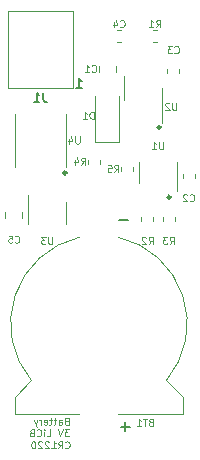
<source format=gbr>
%TF.GenerationSoftware,KiCad,Pcbnew,(5.1.6-0-10_14)*%
%TF.CreationDate,2022-05-10T09:10:30-04:00*%
%TF.ProjectId,Delay_Door_Switch-RevB,44656c61-795f-4446-9f6f-725f53776974,rev?*%
%TF.SameCoordinates,Original*%
%TF.FileFunction,Legend,Bot*%
%TF.FilePolarity,Positive*%
%FSLAX46Y46*%
G04 Gerber Fmt 4.6, Leading zero omitted, Abs format (unit mm)*
G04 Created by KiCad (PCBNEW (5.1.6-0-10_14)) date 2022-05-10 09:10:30*
%MOMM*%
%LPD*%
G01*
G04 APERTURE LIST*
%ADD10C,0.250000*%
%ADD11C,0.125000*%
%ADD12C,0.120000*%
%ADD13C,0.150000*%
G04 APERTURE END LIST*
D10*
X139225000Y-59900000D02*
G75*
G03*
X139225000Y-59900000I-125000J0D01*
G01*
X140075000Y-65800000D02*
G75*
G03*
X140075000Y-65800000I-125000J0D01*
G01*
D11*
X131242857Y-84757142D02*
X131157142Y-84785714D01*
X131128571Y-84814285D01*
X131100000Y-84871428D01*
X131100000Y-84957142D01*
X131128571Y-85014285D01*
X131157142Y-85042857D01*
X131214285Y-85071428D01*
X131442857Y-85071428D01*
X131442857Y-84471428D01*
X131242857Y-84471428D01*
X131185714Y-84500000D01*
X131157142Y-84528571D01*
X131128571Y-84585714D01*
X131128571Y-84642857D01*
X131157142Y-84700000D01*
X131185714Y-84728571D01*
X131242857Y-84757142D01*
X131442857Y-84757142D01*
X130585714Y-85071428D02*
X130585714Y-84757142D01*
X130614285Y-84700000D01*
X130671428Y-84671428D01*
X130785714Y-84671428D01*
X130842857Y-84700000D01*
X130585714Y-85042857D02*
X130642857Y-85071428D01*
X130785714Y-85071428D01*
X130842857Y-85042857D01*
X130871428Y-84985714D01*
X130871428Y-84928571D01*
X130842857Y-84871428D01*
X130785714Y-84842857D01*
X130642857Y-84842857D01*
X130585714Y-84814285D01*
X130385714Y-84671428D02*
X130157142Y-84671428D01*
X130300000Y-84471428D02*
X130300000Y-84985714D01*
X130271428Y-85042857D01*
X130214285Y-85071428D01*
X130157142Y-85071428D01*
X130042857Y-84671428D02*
X129814285Y-84671428D01*
X129957142Y-84471428D02*
X129957142Y-84985714D01*
X129928571Y-85042857D01*
X129871428Y-85071428D01*
X129814285Y-85071428D01*
X129385714Y-85042857D02*
X129442857Y-85071428D01*
X129557142Y-85071428D01*
X129614285Y-85042857D01*
X129642857Y-84985714D01*
X129642857Y-84757142D01*
X129614285Y-84700000D01*
X129557142Y-84671428D01*
X129442857Y-84671428D01*
X129385714Y-84700000D01*
X129357142Y-84757142D01*
X129357142Y-84814285D01*
X129642857Y-84871428D01*
X129100000Y-85071428D02*
X129100000Y-84671428D01*
X129100000Y-84785714D02*
X129071428Y-84728571D01*
X129042857Y-84700000D01*
X128985714Y-84671428D01*
X128928571Y-84671428D01*
X128785714Y-84671428D02*
X128642857Y-85071428D01*
X128500000Y-84671428D02*
X128642857Y-85071428D01*
X128700000Y-85214285D01*
X128728571Y-85242857D01*
X128785714Y-85271428D01*
X131471428Y-85471428D02*
X131100000Y-85471428D01*
X131300000Y-85700000D01*
X131214285Y-85700000D01*
X131157142Y-85728571D01*
X131128571Y-85757142D01*
X131100000Y-85814285D01*
X131100000Y-85957142D01*
X131128571Y-86014285D01*
X131157142Y-86042857D01*
X131214285Y-86071428D01*
X131385714Y-86071428D01*
X131442857Y-86042857D01*
X131471428Y-86014285D01*
X130928571Y-85471428D02*
X130728571Y-86071428D01*
X130528571Y-85471428D01*
X129585714Y-86071428D02*
X129871428Y-86071428D01*
X129871428Y-85471428D01*
X129385714Y-86071428D02*
X129385714Y-85671428D01*
X129385714Y-85471428D02*
X129414285Y-85500000D01*
X129385714Y-85528571D01*
X129357142Y-85500000D01*
X129385714Y-85471428D01*
X129385714Y-85528571D01*
X128757142Y-86014285D02*
X128785714Y-86042857D01*
X128871428Y-86071428D01*
X128928571Y-86071428D01*
X129014285Y-86042857D01*
X129071428Y-85985714D01*
X129100000Y-85928571D01*
X129128571Y-85814285D01*
X129128571Y-85728571D01*
X129100000Y-85614285D01*
X129071428Y-85557142D01*
X129014285Y-85500000D01*
X128928571Y-85471428D01*
X128871428Y-85471428D01*
X128785714Y-85500000D01*
X128757142Y-85528571D01*
X128300000Y-85757142D02*
X128214285Y-85785714D01*
X128185714Y-85814285D01*
X128157142Y-85871428D01*
X128157142Y-85957142D01*
X128185714Y-86014285D01*
X128214285Y-86042857D01*
X128271428Y-86071428D01*
X128500000Y-86071428D01*
X128500000Y-85471428D01*
X128300000Y-85471428D01*
X128242857Y-85500000D01*
X128214285Y-85528571D01*
X128185714Y-85585714D01*
X128185714Y-85642857D01*
X128214285Y-85700000D01*
X128242857Y-85728571D01*
X128300000Y-85757142D01*
X128500000Y-85757142D01*
D12*
%TO.C,U3*%
X131210000Y-66250000D02*
X131210000Y-68050000D01*
X127990000Y-68050000D02*
X127990000Y-65600000D01*
%TO.C,U1*%
X137390000Y-64650000D02*
X137390000Y-62850000D01*
X140610000Y-62850000D02*
X140610000Y-65300000D01*
%TO.C,D1*%
X135700000Y-61100000D02*
X133700000Y-61100000D01*
X133700000Y-61100000D02*
X133700000Y-57250000D01*
X135700000Y-61100000D02*
X135700000Y-57250000D01*
%TO.C,U2*%
X136130000Y-55550000D02*
X136130000Y-57550000D01*
X139370000Y-56550000D02*
X139370000Y-59550000D01*
%TO.C,J1*%
X131770000Y-50050000D02*
X126290000Y-50050000D01*
X126290000Y-50050000D02*
X126290000Y-56550000D01*
X131770000Y-56550000D02*
X131770000Y-50050000D01*
X126290000Y-56550000D02*
X131770000Y-56550000D01*
D10*
%TO.C,U4*%
X131255000Y-63750000D02*
G75*
G03*
X131255000Y-63750000I-125000J0D01*
G01*
D12*
X126880000Y-63250000D02*
X126880000Y-58750000D01*
X131180000Y-63250000D02*
X131180000Y-58750000D01*
%TO.C,BT1*%
X141100000Y-82723000D02*
X139715000Y-81326000D01*
X141100000Y-84200000D02*
X135651000Y-84200000D01*
X141100000Y-82723000D02*
X141100000Y-84200000D01*
X126900000Y-84200000D02*
X132349000Y-84200000D01*
X126900000Y-82723000D02*
X128285000Y-81326000D01*
X141100000Y-82850000D02*
X141100000Y-84120000D01*
X126900000Y-82723000D02*
X126900000Y-84200000D01*
X135644706Y-69202984D02*
G75*
G02*
X139715000Y-81326000I-1644706J-7297016D01*
G01*
X132355294Y-69202984D02*
G75*
G03*
X128285000Y-81326000I1644706J-7297016D01*
G01*
%TO.C,R5*%
X135890000Y-63237221D02*
X135890000Y-63562779D01*
X136910000Y-63237221D02*
X136910000Y-63562779D01*
%TO.C,R4*%
X134110000Y-62962779D02*
X134110000Y-62637221D01*
X133090000Y-62962779D02*
X133090000Y-62637221D01*
%TO.C,R3*%
X139390000Y-67487221D02*
X139390000Y-67812779D01*
X140410000Y-67487221D02*
X140410000Y-67812779D01*
%TO.C,R2*%
X137590000Y-67487221D02*
X137590000Y-67812779D01*
X138610000Y-67487221D02*
X138610000Y-67812779D01*
%TO.C,R1*%
X138912779Y-51690000D02*
X138587221Y-51690000D01*
X138912779Y-52710000D02*
X138587221Y-52710000D01*
%TO.C,C5*%
X127510000Y-67558578D02*
X127510000Y-67041422D01*
X126090000Y-67558578D02*
X126090000Y-67041422D01*
%TO.C,C4*%
X135862779Y-51690000D02*
X135537221Y-51690000D01*
X135862779Y-52710000D02*
X135537221Y-52710000D01*
%TO.C,C3*%
X139790000Y-54987221D02*
X139790000Y-55312779D01*
X140810000Y-54987221D02*
X140810000Y-55312779D01*
%TO.C,C2*%
X142110000Y-64162779D02*
X142110000Y-63837221D01*
X141090000Y-64162779D02*
X141090000Y-63837221D01*
%TO.C,C1*%
X135410000Y-55208578D02*
X135410000Y-54691422D01*
X133990000Y-55208578D02*
X133990000Y-54691422D01*
%TO.C,U3*%
D11*
X130057142Y-69171428D02*
X130057142Y-69657142D01*
X130028571Y-69714285D01*
X130000000Y-69742857D01*
X129942857Y-69771428D01*
X129828571Y-69771428D01*
X129771428Y-69742857D01*
X129742857Y-69714285D01*
X129714285Y-69657142D01*
X129714285Y-69171428D01*
X129485714Y-69171428D02*
X129114285Y-69171428D01*
X129314285Y-69400000D01*
X129228571Y-69400000D01*
X129171428Y-69428571D01*
X129142857Y-69457142D01*
X129114285Y-69514285D01*
X129114285Y-69657142D01*
X129142857Y-69714285D01*
X129171428Y-69742857D01*
X129228571Y-69771428D01*
X129400000Y-69771428D01*
X129457142Y-69742857D01*
X129485714Y-69714285D01*
%TO.C,U1*%
X139457142Y-61171428D02*
X139457142Y-61657142D01*
X139428571Y-61714285D01*
X139400000Y-61742857D01*
X139342857Y-61771428D01*
X139228571Y-61771428D01*
X139171428Y-61742857D01*
X139142857Y-61714285D01*
X139114285Y-61657142D01*
X139114285Y-61171428D01*
X138514285Y-61771428D02*
X138857142Y-61771428D01*
X138685714Y-61771428D02*
X138685714Y-61171428D01*
X138742857Y-61257142D01*
X138800000Y-61314285D01*
X138857142Y-61342857D01*
%TO.C,D1*%
X133542857Y-59171428D02*
X133542857Y-58571428D01*
X133400000Y-58571428D01*
X133314285Y-58600000D01*
X133257142Y-58657142D01*
X133228571Y-58714285D01*
X133200000Y-58828571D01*
X133200000Y-58914285D01*
X133228571Y-59028571D01*
X133257142Y-59085714D01*
X133314285Y-59142857D01*
X133400000Y-59171428D01*
X133542857Y-59171428D01*
X132628571Y-59171428D02*
X132971428Y-59171428D01*
X132800000Y-59171428D02*
X132800000Y-58571428D01*
X132857142Y-58657142D01*
X132914285Y-58714285D01*
X132971428Y-58742857D01*
%TO.C,U2*%
X140557142Y-57821428D02*
X140557142Y-58307142D01*
X140528571Y-58364285D01*
X140500000Y-58392857D01*
X140442857Y-58421428D01*
X140328571Y-58421428D01*
X140271428Y-58392857D01*
X140242857Y-58364285D01*
X140214285Y-58307142D01*
X140214285Y-57821428D01*
X139957142Y-57878571D02*
X139928571Y-57850000D01*
X139871428Y-57821428D01*
X139728571Y-57821428D01*
X139671428Y-57850000D01*
X139642857Y-57878571D01*
X139614285Y-57935714D01*
X139614285Y-57992857D01*
X139642857Y-58078571D01*
X139985714Y-58421428D01*
X139614285Y-58421428D01*
%TO.C,J1*%
D13*
X129296666Y-56961904D02*
X129296666Y-57533333D01*
X129334761Y-57647619D01*
X129410952Y-57723809D01*
X129525238Y-57761904D01*
X129601428Y-57761904D01*
X128496666Y-57761904D02*
X128953809Y-57761904D01*
X128725238Y-57761904D02*
X128725238Y-56961904D01*
X128801428Y-57076190D01*
X128877619Y-57152380D01*
X128953809Y-57190476D01*
X132101428Y-56561904D02*
X132558571Y-56561904D01*
X132330000Y-56561904D02*
X132330000Y-55761904D01*
X132406190Y-55876190D01*
X132482380Y-55952380D01*
X132558571Y-55990476D01*
%TO.C,U4*%
D11*
X132357142Y-60671428D02*
X132357142Y-61157142D01*
X132328571Y-61214285D01*
X132300000Y-61242857D01*
X132242857Y-61271428D01*
X132128571Y-61271428D01*
X132071428Y-61242857D01*
X132042857Y-61214285D01*
X132014285Y-61157142D01*
X132014285Y-60671428D01*
X131471428Y-60871428D02*
X131471428Y-61271428D01*
X131614285Y-60642857D02*
X131757142Y-61071428D01*
X131385714Y-61071428D01*
%TO.C,BT1*%
X138371428Y-84857142D02*
X138285714Y-84885714D01*
X138257142Y-84914285D01*
X138228571Y-84971428D01*
X138228571Y-85057142D01*
X138257142Y-85114285D01*
X138285714Y-85142857D01*
X138342857Y-85171428D01*
X138571428Y-85171428D01*
X138571428Y-84571428D01*
X138371428Y-84571428D01*
X138314285Y-84600000D01*
X138285714Y-84628571D01*
X138257142Y-84685714D01*
X138257142Y-84742857D01*
X138285714Y-84800000D01*
X138314285Y-84828571D01*
X138371428Y-84857142D01*
X138571428Y-84857142D01*
X138057142Y-84571428D02*
X137714285Y-84571428D01*
X137885714Y-85171428D02*
X137885714Y-84571428D01*
X137200000Y-85171428D02*
X137542857Y-85171428D01*
X137371428Y-85171428D02*
X137371428Y-84571428D01*
X137428571Y-84657142D01*
X137485714Y-84714285D01*
X137542857Y-84742857D01*
D13*
X136480952Y-67771428D02*
X135719047Y-67771428D01*
X136230428Y-84882047D02*
X136230428Y-85643952D01*
X136611380Y-85263000D02*
X135849476Y-85263000D01*
D11*
X131157142Y-87014285D02*
X131185714Y-87042857D01*
X131271428Y-87071428D01*
X131328571Y-87071428D01*
X131414285Y-87042857D01*
X131471428Y-86985714D01*
X131500000Y-86928571D01*
X131528571Y-86814285D01*
X131528571Y-86728571D01*
X131500000Y-86614285D01*
X131471428Y-86557142D01*
X131414285Y-86500000D01*
X131328571Y-86471428D01*
X131271428Y-86471428D01*
X131185714Y-86500000D01*
X131157142Y-86528571D01*
X130557142Y-87071428D02*
X130757142Y-86785714D01*
X130900000Y-87071428D02*
X130900000Y-86471428D01*
X130671428Y-86471428D01*
X130614285Y-86500000D01*
X130585714Y-86528571D01*
X130557142Y-86585714D01*
X130557142Y-86671428D01*
X130585714Y-86728571D01*
X130614285Y-86757142D01*
X130671428Y-86785714D01*
X130900000Y-86785714D01*
X129985714Y-87071428D02*
X130328571Y-87071428D01*
X130157142Y-87071428D02*
X130157142Y-86471428D01*
X130214285Y-86557142D01*
X130271428Y-86614285D01*
X130328571Y-86642857D01*
X129757142Y-86528571D02*
X129728571Y-86500000D01*
X129671428Y-86471428D01*
X129528571Y-86471428D01*
X129471428Y-86500000D01*
X129442857Y-86528571D01*
X129414285Y-86585714D01*
X129414285Y-86642857D01*
X129442857Y-86728571D01*
X129785714Y-87071428D01*
X129414285Y-87071428D01*
X129185714Y-86528571D02*
X129157142Y-86500000D01*
X129100000Y-86471428D01*
X128957142Y-86471428D01*
X128900000Y-86500000D01*
X128871428Y-86528571D01*
X128842857Y-86585714D01*
X128842857Y-86642857D01*
X128871428Y-86728571D01*
X129214285Y-87071428D01*
X128842857Y-87071428D01*
X128471428Y-86471428D02*
X128414285Y-86471428D01*
X128357142Y-86500000D01*
X128328571Y-86528571D01*
X128300000Y-86585714D01*
X128271428Y-86700000D01*
X128271428Y-86842857D01*
X128300000Y-86957142D01*
X128328571Y-87014285D01*
X128357142Y-87042857D01*
X128414285Y-87071428D01*
X128471428Y-87071428D01*
X128528571Y-87042857D01*
X128557142Y-87014285D01*
X128585714Y-86957142D01*
X128614285Y-86842857D01*
X128614285Y-86700000D01*
X128585714Y-86585714D01*
X128557142Y-86528571D01*
X128528571Y-86500000D01*
X128471428Y-86471428D01*
%TO.C,R5*%
X135300000Y-63671428D02*
X135500000Y-63385714D01*
X135642857Y-63671428D02*
X135642857Y-63071428D01*
X135414285Y-63071428D01*
X135357142Y-63100000D01*
X135328571Y-63128571D01*
X135300000Y-63185714D01*
X135300000Y-63271428D01*
X135328571Y-63328571D01*
X135357142Y-63357142D01*
X135414285Y-63385714D01*
X135642857Y-63385714D01*
X134757142Y-63071428D02*
X135042857Y-63071428D01*
X135071428Y-63357142D01*
X135042857Y-63328571D01*
X134985714Y-63300000D01*
X134842857Y-63300000D01*
X134785714Y-63328571D01*
X134757142Y-63357142D01*
X134728571Y-63414285D01*
X134728571Y-63557142D01*
X134757142Y-63614285D01*
X134785714Y-63642857D01*
X134842857Y-63671428D01*
X134985714Y-63671428D01*
X135042857Y-63642857D01*
X135071428Y-63614285D01*
%TO.C,R4*%
X132500000Y-63071428D02*
X132700000Y-62785714D01*
X132842857Y-63071428D02*
X132842857Y-62471428D01*
X132614285Y-62471428D01*
X132557142Y-62500000D01*
X132528571Y-62528571D01*
X132500000Y-62585714D01*
X132500000Y-62671428D01*
X132528571Y-62728571D01*
X132557142Y-62757142D01*
X132614285Y-62785714D01*
X132842857Y-62785714D01*
X131985714Y-62671428D02*
X131985714Y-63071428D01*
X132128571Y-62442857D02*
X132271428Y-62871428D01*
X131900000Y-62871428D01*
%TO.C,R3*%
X140000000Y-69771428D02*
X140200000Y-69485714D01*
X140342857Y-69771428D02*
X140342857Y-69171428D01*
X140114285Y-69171428D01*
X140057142Y-69200000D01*
X140028571Y-69228571D01*
X140000000Y-69285714D01*
X140000000Y-69371428D01*
X140028571Y-69428571D01*
X140057142Y-69457142D01*
X140114285Y-69485714D01*
X140342857Y-69485714D01*
X139800000Y-69171428D02*
X139428571Y-69171428D01*
X139628571Y-69400000D01*
X139542857Y-69400000D01*
X139485714Y-69428571D01*
X139457142Y-69457142D01*
X139428571Y-69514285D01*
X139428571Y-69657142D01*
X139457142Y-69714285D01*
X139485714Y-69742857D01*
X139542857Y-69771428D01*
X139714285Y-69771428D01*
X139771428Y-69742857D01*
X139800000Y-69714285D01*
%TO.C,R2*%
X138200000Y-69771428D02*
X138400000Y-69485714D01*
X138542857Y-69771428D02*
X138542857Y-69171428D01*
X138314285Y-69171428D01*
X138257142Y-69200000D01*
X138228571Y-69228571D01*
X138200000Y-69285714D01*
X138200000Y-69371428D01*
X138228571Y-69428571D01*
X138257142Y-69457142D01*
X138314285Y-69485714D01*
X138542857Y-69485714D01*
X137971428Y-69228571D02*
X137942857Y-69200000D01*
X137885714Y-69171428D01*
X137742857Y-69171428D01*
X137685714Y-69200000D01*
X137657142Y-69228571D01*
X137628571Y-69285714D01*
X137628571Y-69342857D01*
X137657142Y-69428571D01*
X138000000Y-69771428D01*
X137628571Y-69771428D01*
%TO.C,R1*%
X138850000Y-51421428D02*
X139050000Y-51135714D01*
X139192857Y-51421428D02*
X139192857Y-50821428D01*
X138964285Y-50821428D01*
X138907142Y-50850000D01*
X138878571Y-50878571D01*
X138850000Y-50935714D01*
X138850000Y-51021428D01*
X138878571Y-51078571D01*
X138907142Y-51107142D01*
X138964285Y-51135714D01*
X139192857Y-51135714D01*
X138278571Y-51421428D02*
X138621428Y-51421428D01*
X138450000Y-51421428D02*
X138450000Y-50821428D01*
X138507142Y-50907142D01*
X138564285Y-50964285D01*
X138621428Y-50992857D01*
%TO.C,C5*%
X126900000Y-69614285D02*
X126928571Y-69642857D01*
X127014285Y-69671428D01*
X127071428Y-69671428D01*
X127157142Y-69642857D01*
X127214285Y-69585714D01*
X127242857Y-69528571D01*
X127271428Y-69414285D01*
X127271428Y-69328571D01*
X127242857Y-69214285D01*
X127214285Y-69157142D01*
X127157142Y-69100000D01*
X127071428Y-69071428D01*
X127014285Y-69071428D01*
X126928571Y-69100000D01*
X126900000Y-69128571D01*
X126357142Y-69071428D02*
X126642857Y-69071428D01*
X126671428Y-69357142D01*
X126642857Y-69328571D01*
X126585714Y-69300000D01*
X126442857Y-69300000D01*
X126385714Y-69328571D01*
X126357142Y-69357142D01*
X126328571Y-69414285D01*
X126328571Y-69557142D01*
X126357142Y-69614285D01*
X126385714Y-69642857D01*
X126442857Y-69671428D01*
X126585714Y-69671428D01*
X126642857Y-69642857D01*
X126671428Y-69614285D01*
%TO.C,C4*%
X135800000Y-51364285D02*
X135828571Y-51392857D01*
X135914285Y-51421428D01*
X135971428Y-51421428D01*
X136057142Y-51392857D01*
X136114285Y-51335714D01*
X136142857Y-51278571D01*
X136171428Y-51164285D01*
X136171428Y-51078571D01*
X136142857Y-50964285D01*
X136114285Y-50907142D01*
X136057142Y-50850000D01*
X135971428Y-50821428D01*
X135914285Y-50821428D01*
X135828571Y-50850000D01*
X135800000Y-50878571D01*
X135285714Y-51021428D02*
X135285714Y-51421428D01*
X135428571Y-50792857D02*
X135571428Y-51221428D01*
X135200000Y-51221428D01*
%TO.C,C3*%
X140400000Y-53564285D02*
X140428571Y-53592857D01*
X140514285Y-53621428D01*
X140571428Y-53621428D01*
X140657142Y-53592857D01*
X140714285Y-53535714D01*
X140742857Y-53478571D01*
X140771428Y-53364285D01*
X140771428Y-53278571D01*
X140742857Y-53164285D01*
X140714285Y-53107142D01*
X140657142Y-53050000D01*
X140571428Y-53021428D01*
X140514285Y-53021428D01*
X140428571Y-53050000D01*
X140400000Y-53078571D01*
X140200000Y-53021428D02*
X139828571Y-53021428D01*
X140028571Y-53250000D01*
X139942857Y-53250000D01*
X139885714Y-53278571D01*
X139857142Y-53307142D01*
X139828571Y-53364285D01*
X139828571Y-53507142D01*
X139857142Y-53564285D01*
X139885714Y-53592857D01*
X139942857Y-53621428D01*
X140114285Y-53621428D01*
X140171428Y-53592857D01*
X140200000Y-53564285D01*
%TO.C,C2*%
X141700000Y-66114285D02*
X141728571Y-66142857D01*
X141814285Y-66171428D01*
X141871428Y-66171428D01*
X141957142Y-66142857D01*
X142014285Y-66085714D01*
X142042857Y-66028571D01*
X142071428Y-65914285D01*
X142071428Y-65828571D01*
X142042857Y-65714285D01*
X142014285Y-65657142D01*
X141957142Y-65600000D01*
X141871428Y-65571428D01*
X141814285Y-65571428D01*
X141728571Y-65600000D01*
X141700000Y-65628571D01*
X141471428Y-65628571D02*
X141442857Y-65600000D01*
X141385714Y-65571428D01*
X141242857Y-65571428D01*
X141185714Y-65600000D01*
X141157142Y-65628571D01*
X141128571Y-65685714D01*
X141128571Y-65742857D01*
X141157142Y-65828571D01*
X141500000Y-66171428D01*
X141128571Y-66171428D01*
%TO.C,C1*%
X133400000Y-55164285D02*
X133428571Y-55192857D01*
X133514285Y-55221428D01*
X133571428Y-55221428D01*
X133657142Y-55192857D01*
X133714285Y-55135714D01*
X133742857Y-55078571D01*
X133771428Y-54964285D01*
X133771428Y-54878571D01*
X133742857Y-54764285D01*
X133714285Y-54707142D01*
X133657142Y-54650000D01*
X133571428Y-54621428D01*
X133514285Y-54621428D01*
X133428571Y-54650000D01*
X133400000Y-54678571D01*
X132828571Y-55221428D02*
X133171428Y-55221428D01*
X133000000Y-55221428D02*
X133000000Y-54621428D01*
X133057142Y-54707142D01*
X133114285Y-54764285D01*
X133171428Y-54792857D01*
%TD*%
M02*

</source>
